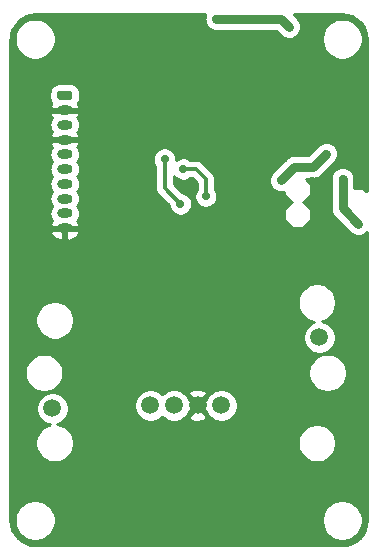
<source format=gbr>
%TF.GenerationSoftware,KiCad,Pcbnew,(5.1.7)-1*%
%TF.CreationDate,2021-09-13T22:56:48+02:00*%
%TF.ProjectId,Airspeed_SensorBoard,41697273-7065-4656-945f-53656e736f72,rev?*%
%TF.SameCoordinates,Original*%
%TF.FileFunction,Copper,L2,Bot*%
%TF.FilePolarity,Positive*%
%FSLAX46Y46*%
G04 Gerber Fmt 4.6, Leading zero omitted, Abs format (unit mm)*
G04 Created by KiCad (PCBNEW (5.1.7)-1) date 2021-09-13 22:56:48*
%MOMM*%
%LPD*%
G01*
G04 APERTURE LIST*
%TA.AperFunction,ComponentPad*%
%ADD10C,1.500000*%
%TD*%
%TA.AperFunction,ComponentPad*%
%ADD11O,1.300000X0.800000*%
%TD*%
%TA.AperFunction,ViaPad*%
%ADD12C,0.700000*%
%TD*%
%TA.AperFunction,Conductor*%
%ADD13C,0.750000*%
%TD*%
%TA.AperFunction,Conductor*%
%ADD14C,0.300000*%
%TD*%
%TA.AperFunction,Conductor*%
%ADD15C,0.254000*%
%TD*%
%TA.AperFunction,Conductor*%
%ADD16C,0.100000*%
%TD*%
G04 APERTURE END LIST*
D10*
%TO.P,U3,*%
%TO.N,*%
X83800000Y-47000000D03*
X61200000Y-53000000D03*
%TO.P,U3,4*%
%TO.N,/I2C1_SDA*%
X75500000Y-52750000D03*
%TO.P,U3,3*%
%TO.N,GND*%
X73500000Y-52750000D03*
%TO.P,U3,2*%
%TO.N,+3V3*%
X71500000Y-52750000D03*
%TO.P,U3,1*%
%TO.N,/I2C1_SCL*%
X69500000Y-52750000D03*
%TD*%
D11*
%TO.P,J1,10*%
%TO.N,GND*%
X62250000Y-37750000D03*
%TO.P,J1,9*%
%TO.N,/SPI_SCK*%
X62250000Y-36500000D03*
%TO.P,J1,8*%
%TO.N,/DATA_READY*%
X62250000Y-35250000D03*
%TO.P,J1,7*%
%TO.N,/SPI_NSS*%
X62250000Y-34000000D03*
%TO.P,J1,6*%
%TO.N,/SPI_MOSI*%
X62250000Y-32750000D03*
%TO.P,J1,5*%
%TO.N,/SPI_MISO*%
X62250000Y-31500000D03*
%TO.P,J1,4*%
%TO.N,GND*%
X62250000Y-30250000D03*
%TO.P,J1,3*%
%TO.N,/+3V3_OUT*%
X62250000Y-29000000D03*
%TO.P,J1,2*%
%TO.N,GND*%
X62250000Y-27750000D03*
%TO.P,J1,1*%
%TO.N,/+5V_IN*%
%TA.AperFunction,ComponentPad*%
G36*
G01*
X61800000Y-26100000D02*
X62700000Y-26100000D01*
G75*
G02*
X62900000Y-26300000I0J-200000D01*
G01*
X62900000Y-26700000D01*
G75*
G02*
X62700000Y-26900000I-200000J0D01*
G01*
X61800000Y-26900000D01*
G75*
G02*
X61600000Y-26700000I0J200000D01*
G01*
X61600000Y-26300000D01*
G75*
G02*
X61800000Y-26100000I200000J0D01*
G01*
G37*
%TD.AperFunction*%
%TD*%
D12*
%TO.N,GND*%
X67000000Y-26450000D03*
X65000000Y-27800000D03*
X67000000Y-30300000D03*
X64250000Y-30000000D03*
X67000000Y-37400000D03*
X65000000Y-37950000D03*
X64250000Y-35800000D03*
X75950000Y-35800000D03*
X80400000Y-31600000D03*
X77250000Y-27550000D03*
X75700000Y-23650000D03*
X76350000Y-24900000D03*
X83050000Y-26000000D03*
X87200000Y-31500000D03*
X83200000Y-33800000D03*
X70600000Y-30450000D03*
X75350000Y-28500000D03*
%TO.N,+3V3*%
X87100000Y-37400000D03*
X85770000Y-33580000D03*
X80550000Y-33700000D03*
X84400000Y-31450000D03*
X75100000Y-20050000D03*
X81250000Y-20700000D03*
%TO.N,/SPI1_MISO*%
X70700000Y-31900000D03*
X72050000Y-35700000D03*
%TO.N,/SPI1_MOSI*%
X72300000Y-32750000D03*
X74200000Y-35050000D03*
%TD*%
D13*
%TO.N,+3V3*%
X80550000Y-33700000D02*
X81700000Y-32550000D01*
X85770000Y-36070000D02*
X87100000Y-37400000D01*
X85770000Y-33580000D02*
X85770000Y-36070000D01*
X83300000Y-32550000D02*
X84400000Y-31450000D01*
X81700000Y-32550000D02*
X83300000Y-32550000D01*
X80600000Y-20050000D02*
X81250000Y-20700000D01*
X75100000Y-20050000D02*
X80600000Y-20050000D01*
D14*
%TO.N,/SPI1_MISO*%
X70700000Y-34350000D02*
X72050000Y-35700000D01*
X70700000Y-31900000D02*
X70700000Y-34350000D01*
%TO.N,/SPI1_MOSI*%
X72300000Y-32750000D02*
X73350000Y-32750000D01*
X74200000Y-33600000D02*
X74200000Y-35050000D01*
X73350000Y-32750000D02*
X74200000Y-33600000D01*
%TD*%
D15*
%TO.N,GND*%
X74162368Y-19661620D02*
X74104615Y-19852006D01*
X74085114Y-20050000D01*
X74104615Y-20247994D01*
X74162368Y-20438380D01*
X74256153Y-20613840D01*
X74382367Y-20767633D01*
X74536160Y-20893847D01*
X74711620Y-20987632D01*
X74902006Y-21045385D01*
X75050392Y-21060000D01*
X80181645Y-21060000D01*
X80570901Y-21449256D01*
X80686159Y-21543846D01*
X80861620Y-21637632D01*
X81052005Y-21695385D01*
X81250000Y-21714886D01*
X81447994Y-21695385D01*
X81638379Y-21637632D01*
X81747852Y-21579117D01*
X84015000Y-21579117D01*
X84015000Y-21920883D01*
X84081675Y-22256081D01*
X84212463Y-22571831D01*
X84402337Y-22855998D01*
X84644002Y-23097663D01*
X84928169Y-23287537D01*
X85243919Y-23418325D01*
X85579117Y-23485000D01*
X85920883Y-23485000D01*
X86256081Y-23418325D01*
X86571831Y-23287537D01*
X86855998Y-23097663D01*
X87097663Y-22855998D01*
X87287537Y-22571831D01*
X87418325Y-22256081D01*
X87485000Y-21920883D01*
X87485000Y-21579117D01*
X87418325Y-21243919D01*
X87287537Y-20928169D01*
X87097663Y-20644002D01*
X86855998Y-20402337D01*
X86571831Y-20212463D01*
X86256081Y-20081675D01*
X85920883Y-20015000D01*
X85579117Y-20015000D01*
X85243919Y-20081675D01*
X84928169Y-20212463D01*
X84644002Y-20402337D01*
X84402337Y-20644002D01*
X84212463Y-20928169D01*
X84081675Y-21243919D01*
X84015000Y-21579117D01*
X81747852Y-21579117D01*
X81813840Y-21543846D01*
X81967632Y-21417632D01*
X82093846Y-21263840D01*
X82187632Y-21088379D01*
X82245385Y-20897994D01*
X82264886Y-20700000D01*
X82245385Y-20502005D01*
X82187632Y-20311620D01*
X82093846Y-20136159D01*
X81999256Y-20020901D01*
X81638355Y-19660000D01*
X85717722Y-19660000D01*
X86155334Y-19702908D01*
X86545231Y-19820624D01*
X86904836Y-20011830D01*
X87220457Y-20269245D01*
X87480062Y-20583054D01*
X87673776Y-20941317D01*
X87794213Y-21330387D01*
X87840001Y-21766034D01*
X87840001Y-34647493D01*
X87784875Y-34592367D01*
X87593492Y-34464489D01*
X87380839Y-34376405D01*
X87155087Y-34331500D01*
X86924913Y-34331500D01*
X86780000Y-34360325D01*
X86780000Y-33530392D01*
X86765385Y-33382006D01*
X86707632Y-33191620D01*
X86613847Y-33016160D01*
X86487633Y-32862367D01*
X86333840Y-32736153D01*
X86158379Y-32642368D01*
X85967993Y-32584615D01*
X85770000Y-32565114D01*
X85572006Y-32584615D01*
X85381620Y-32642368D01*
X85206160Y-32736153D01*
X85052367Y-32862367D01*
X84926153Y-33016160D01*
X84832368Y-33191621D01*
X84774615Y-33382007D01*
X84760000Y-33530393D01*
X84760001Y-36020383D01*
X84755114Y-36070000D01*
X84774615Y-36267994D01*
X84832368Y-36458379D01*
X84873596Y-36535511D01*
X84926154Y-36633840D01*
X85052368Y-36787633D01*
X85090901Y-36819256D01*
X86420900Y-38149255D01*
X86536159Y-38243846D01*
X86711620Y-38337632D01*
X86902005Y-38395384D01*
X87099999Y-38414886D01*
X87297994Y-38395384D01*
X87488379Y-38337632D01*
X87663840Y-38243846D01*
X87817632Y-38117632D01*
X87840001Y-38090376D01*
X87840000Y-62467722D01*
X87797092Y-62905334D01*
X87679375Y-63295232D01*
X87488170Y-63654836D01*
X87230758Y-63970455D01*
X86916946Y-64230062D01*
X86558680Y-64423777D01*
X86169613Y-64544213D01*
X85733976Y-64590000D01*
X59782278Y-64590000D01*
X59344666Y-64547092D01*
X58954768Y-64429375D01*
X58595164Y-64238170D01*
X58279545Y-63980758D01*
X58019938Y-63666946D01*
X57826223Y-63308680D01*
X57705787Y-62919613D01*
X57660000Y-62483976D01*
X57660000Y-62329117D01*
X58015000Y-62329117D01*
X58015000Y-62670883D01*
X58081675Y-63006081D01*
X58212463Y-63321831D01*
X58402337Y-63605998D01*
X58644002Y-63847663D01*
X58928169Y-64037537D01*
X59243919Y-64168325D01*
X59579117Y-64235000D01*
X59920883Y-64235000D01*
X60256081Y-64168325D01*
X60571831Y-64037537D01*
X60855998Y-63847663D01*
X61097663Y-63605998D01*
X61287537Y-63321831D01*
X61418325Y-63006081D01*
X61485000Y-62670883D01*
X61485000Y-62329117D01*
X84015000Y-62329117D01*
X84015000Y-62670883D01*
X84081675Y-63006081D01*
X84212463Y-63321831D01*
X84402337Y-63605998D01*
X84644002Y-63847663D01*
X84928169Y-64037537D01*
X85243919Y-64168325D01*
X85579117Y-64235000D01*
X85920883Y-64235000D01*
X86256081Y-64168325D01*
X86571831Y-64037537D01*
X86855998Y-63847663D01*
X87097663Y-63605998D01*
X87287537Y-63321831D01*
X87418325Y-63006081D01*
X87485000Y-62670883D01*
X87485000Y-62329117D01*
X87418325Y-61993919D01*
X87287537Y-61678169D01*
X87097663Y-61394002D01*
X86855998Y-61152337D01*
X86571831Y-60962463D01*
X86256081Y-60831675D01*
X85920883Y-60765000D01*
X85579117Y-60765000D01*
X85243919Y-60831675D01*
X84928169Y-60962463D01*
X84644002Y-61152337D01*
X84402337Y-61394002D01*
X84212463Y-61678169D01*
X84081675Y-61993919D01*
X84015000Y-62329117D01*
X61485000Y-62329117D01*
X61418325Y-61993919D01*
X61287537Y-61678169D01*
X61097663Y-61394002D01*
X60855998Y-61152337D01*
X60571831Y-60962463D01*
X60256081Y-60831675D01*
X59920883Y-60765000D01*
X59579117Y-60765000D01*
X59243919Y-60831675D01*
X58928169Y-60962463D01*
X58644002Y-61152337D01*
X58402337Y-61394002D01*
X58212463Y-61678169D01*
X58081675Y-61993919D01*
X58015000Y-62329117D01*
X57660000Y-62329117D01*
X57660000Y-55788967D01*
X59765000Y-55788967D01*
X59765000Y-56111033D01*
X59827832Y-56426912D01*
X59951082Y-56724463D01*
X60130013Y-56992252D01*
X60357748Y-57219987D01*
X60625537Y-57398918D01*
X60923088Y-57522168D01*
X61238967Y-57585000D01*
X61561033Y-57585000D01*
X61876912Y-57522168D01*
X62174463Y-57398918D01*
X62442252Y-57219987D01*
X62669987Y-56992252D01*
X62848918Y-56724463D01*
X62972168Y-56426912D01*
X63035000Y-56111033D01*
X63035000Y-55788967D01*
X81965000Y-55788967D01*
X81965000Y-56111033D01*
X82027832Y-56426912D01*
X82151082Y-56724463D01*
X82330013Y-56992252D01*
X82557748Y-57219987D01*
X82825537Y-57398918D01*
X83123088Y-57522168D01*
X83438967Y-57585000D01*
X83761033Y-57585000D01*
X84076912Y-57522168D01*
X84374463Y-57398918D01*
X84642252Y-57219987D01*
X84869987Y-56992252D01*
X85048918Y-56724463D01*
X85172168Y-56426912D01*
X85235000Y-56111033D01*
X85235000Y-55788967D01*
X85172168Y-55473088D01*
X85048918Y-55175537D01*
X84869987Y-54907748D01*
X84642252Y-54680013D01*
X84374463Y-54501082D01*
X84076912Y-54377832D01*
X83761033Y-54315000D01*
X83438967Y-54315000D01*
X83123088Y-54377832D01*
X82825537Y-54501082D01*
X82557748Y-54680013D01*
X82330013Y-54907748D01*
X82151082Y-55175537D01*
X82027832Y-55473088D01*
X81965000Y-55788967D01*
X63035000Y-55788967D01*
X62972168Y-55473088D01*
X62848918Y-55175537D01*
X62669987Y-54907748D01*
X62442252Y-54680013D01*
X62174463Y-54501082D01*
X61876912Y-54377832D01*
X61617413Y-54326215D01*
X61856043Y-54227371D01*
X62082886Y-54075799D01*
X62275799Y-53882886D01*
X62427371Y-53656043D01*
X62531775Y-53403989D01*
X62585000Y-53136411D01*
X62585000Y-52863589D01*
X62535272Y-52613589D01*
X68115000Y-52613589D01*
X68115000Y-52886411D01*
X68168225Y-53153989D01*
X68272629Y-53406043D01*
X68424201Y-53632886D01*
X68617114Y-53825799D01*
X68843957Y-53977371D01*
X69096011Y-54081775D01*
X69363589Y-54135000D01*
X69636411Y-54135000D01*
X69903989Y-54081775D01*
X70156043Y-53977371D01*
X70382886Y-53825799D01*
X70500000Y-53708685D01*
X70617114Y-53825799D01*
X70843957Y-53977371D01*
X71096011Y-54081775D01*
X71363589Y-54135000D01*
X71636411Y-54135000D01*
X71903989Y-54081775D01*
X72156043Y-53977371D01*
X72382886Y-53825799D01*
X72501692Y-53706993D01*
X72722612Y-53706993D01*
X72788137Y-53945860D01*
X73035116Y-54061760D01*
X73299960Y-54127250D01*
X73572492Y-54139812D01*
X73842238Y-54098965D01*
X74098832Y-54006277D01*
X74211863Y-53945860D01*
X74277388Y-53706993D01*
X73500000Y-52929605D01*
X72722612Y-53706993D01*
X72501692Y-53706993D01*
X72575799Y-53632886D01*
X72727371Y-53406043D01*
X72771932Y-53298463D01*
X73320395Y-52750000D01*
X73679605Y-52750000D01*
X74228068Y-53298463D01*
X74272629Y-53406043D01*
X74424201Y-53632886D01*
X74617114Y-53825799D01*
X74843957Y-53977371D01*
X75096011Y-54081775D01*
X75363589Y-54135000D01*
X75636411Y-54135000D01*
X75903989Y-54081775D01*
X76156043Y-53977371D01*
X76382886Y-53825799D01*
X76575799Y-53632886D01*
X76727371Y-53406043D01*
X76831775Y-53153989D01*
X76885000Y-52886411D01*
X76885000Y-52613589D01*
X76831775Y-52346011D01*
X76727371Y-52093957D01*
X76575799Y-51867114D01*
X76382886Y-51674201D01*
X76156043Y-51522629D01*
X75903989Y-51418225D01*
X75636411Y-51365000D01*
X75363589Y-51365000D01*
X75096011Y-51418225D01*
X74843957Y-51522629D01*
X74617114Y-51674201D01*
X74424201Y-51867114D01*
X74272629Y-52093957D01*
X74228068Y-52201537D01*
X73679605Y-52750000D01*
X73320395Y-52750000D01*
X72771932Y-52201537D01*
X72727371Y-52093957D01*
X72575799Y-51867114D01*
X72501692Y-51793007D01*
X72722612Y-51793007D01*
X73500000Y-52570395D01*
X74277388Y-51793007D01*
X74211863Y-51554140D01*
X73964884Y-51438240D01*
X73700040Y-51372750D01*
X73427508Y-51360188D01*
X73157762Y-51401035D01*
X72901168Y-51493723D01*
X72788137Y-51554140D01*
X72722612Y-51793007D01*
X72501692Y-51793007D01*
X72382886Y-51674201D01*
X72156043Y-51522629D01*
X71903989Y-51418225D01*
X71636411Y-51365000D01*
X71363589Y-51365000D01*
X71096011Y-51418225D01*
X70843957Y-51522629D01*
X70617114Y-51674201D01*
X70500000Y-51791315D01*
X70382886Y-51674201D01*
X70156043Y-51522629D01*
X69903989Y-51418225D01*
X69636411Y-51365000D01*
X69363589Y-51365000D01*
X69096011Y-51418225D01*
X68843957Y-51522629D01*
X68617114Y-51674201D01*
X68424201Y-51867114D01*
X68272629Y-52093957D01*
X68168225Y-52346011D01*
X68115000Y-52613589D01*
X62535272Y-52613589D01*
X62531775Y-52596011D01*
X62427371Y-52343957D01*
X62275799Y-52117114D01*
X62082886Y-51924201D01*
X61856043Y-51772629D01*
X61603989Y-51668225D01*
X61336411Y-51615000D01*
X61063589Y-51615000D01*
X60796011Y-51668225D01*
X60543957Y-51772629D01*
X60317114Y-51924201D01*
X60124201Y-52117114D01*
X59972629Y-52343957D01*
X59868225Y-52596011D01*
X59815000Y-52863589D01*
X59815000Y-53136411D01*
X59868225Y-53403989D01*
X59972629Y-53656043D01*
X60124201Y-53882886D01*
X60317114Y-54075799D01*
X60543957Y-54227371D01*
X60796011Y-54331775D01*
X60975321Y-54367442D01*
X60923088Y-54377832D01*
X60625537Y-54501082D01*
X60357748Y-54680013D01*
X60130013Y-54907748D01*
X59951082Y-55175537D01*
X59827832Y-55473088D01*
X59765000Y-55788967D01*
X57660000Y-55788967D01*
X57660000Y-49838967D01*
X58865000Y-49838967D01*
X58865000Y-50161033D01*
X58927832Y-50476912D01*
X59051082Y-50774463D01*
X59230013Y-51042252D01*
X59457748Y-51269987D01*
X59725537Y-51448918D01*
X60023088Y-51572168D01*
X60338967Y-51635000D01*
X60661033Y-51635000D01*
X60976912Y-51572168D01*
X61274463Y-51448918D01*
X61542252Y-51269987D01*
X61769987Y-51042252D01*
X61948918Y-50774463D01*
X62072168Y-50476912D01*
X62135000Y-50161033D01*
X62135000Y-49838967D01*
X82865000Y-49838967D01*
X82865000Y-50161033D01*
X82927832Y-50476912D01*
X83051082Y-50774463D01*
X83230013Y-51042252D01*
X83457748Y-51269987D01*
X83725537Y-51448918D01*
X84023088Y-51572168D01*
X84338967Y-51635000D01*
X84661033Y-51635000D01*
X84976912Y-51572168D01*
X85274463Y-51448918D01*
X85542252Y-51269987D01*
X85769987Y-51042252D01*
X85948918Y-50774463D01*
X86072168Y-50476912D01*
X86135000Y-50161033D01*
X86135000Y-49838967D01*
X86072168Y-49523088D01*
X85948918Y-49225537D01*
X85769987Y-48957748D01*
X85542252Y-48730013D01*
X85274463Y-48551082D01*
X84976912Y-48427832D01*
X84661033Y-48365000D01*
X84338967Y-48365000D01*
X84023088Y-48427832D01*
X83725537Y-48551082D01*
X83457748Y-48730013D01*
X83230013Y-48957748D01*
X83051082Y-49225537D01*
X82927832Y-49523088D01*
X82865000Y-49838967D01*
X62135000Y-49838967D01*
X62072168Y-49523088D01*
X61948918Y-49225537D01*
X61769987Y-48957748D01*
X61542252Y-48730013D01*
X61274463Y-48551082D01*
X60976912Y-48427832D01*
X60661033Y-48365000D01*
X60338967Y-48365000D01*
X60023088Y-48427832D01*
X59725537Y-48551082D01*
X59457748Y-48730013D01*
X59230013Y-48957748D01*
X59051082Y-49225537D01*
X58927832Y-49523088D01*
X58865000Y-49838967D01*
X57660000Y-49838967D01*
X57660000Y-45388967D01*
X59765000Y-45388967D01*
X59765000Y-45711033D01*
X59827832Y-46026912D01*
X59951082Y-46324463D01*
X60130013Y-46592252D01*
X60357748Y-46819987D01*
X60625537Y-46998918D01*
X60923088Y-47122168D01*
X61238967Y-47185000D01*
X61561033Y-47185000D01*
X61876912Y-47122168D01*
X62174463Y-46998918D01*
X62442252Y-46819987D01*
X62669987Y-46592252D01*
X62848918Y-46324463D01*
X62972168Y-46026912D01*
X63035000Y-45711033D01*
X63035000Y-45388967D01*
X62972168Y-45073088D01*
X62848918Y-44775537D01*
X62669987Y-44507748D01*
X62442252Y-44280013D01*
X62174463Y-44101082D01*
X61876912Y-43977832D01*
X61561033Y-43915000D01*
X61238967Y-43915000D01*
X60923088Y-43977832D01*
X60625537Y-44101082D01*
X60357748Y-44280013D01*
X60130013Y-44507748D01*
X59951082Y-44775537D01*
X59827832Y-45073088D01*
X59765000Y-45388967D01*
X57660000Y-45388967D01*
X57660000Y-43888967D01*
X81965000Y-43888967D01*
X81965000Y-44211033D01*
X82027832Y-44526912D01*
X82151082Y-44824463D01*
X82330013Y-45092252D01*
X82557748Y-45319987D01*
X82825537Y-45498918D01*
X83123088Y-45622168D01*
X83382587Y-45673785D01*
X83143957Y-45772629D01*
X82917114Y-45924201D01*
X82724201Y-46117114D01*
X82572629Y-46343957D01*
X82468225Y-46596011D01*
X82415000Y-46863589D01*
X82415000Y-47136411D01*
X82468225Y-47403989D01*
X82572629Y-47656043D01*
X82724201Y-47882886D01*
X82917114Y-48075799D01*
X83143957Y-48227371D01*
X83396011Y-48331775D01*
X83663589Y-48385000D01*
X83936411Y-48385000D01*
X84203989Y-48331775D01*
X84456043Y-48227371D01*
X84682886Y-48075799D01*
X84875799Y-47882886D01*
X85027371Y-47656043D01*
X85131775Y-47403989D01*
X85185000Y-47136411D01*
X85185000Y-46863589D01*
X85131775Y-46596011D01*
X85027371Y-46343957D01*
X84875799Y-46117114D01*
X84682886Y-45924201D01*
X84456043Y-45772629D01*
X84203989Y-45668225D01*
X84024679Y-45632558D01*
X84076912Y-45622168D01*
X84374463Y-45498918D01*
X84642252Y-45319987D01*
X84869987Y-45092252D01*
X85048918Y-44824463D01*
X85172168Y-44526912D01*
X85235000Y-44211033D01*
X85235000Y-43888967D01*
X85172168Y-43573088D01*
X85048918Y-43275537D01*
X84869987Y-43007748D01*
X84642252Y-42780013D01*
X84374463Y-42601082D01*
X84076912Y-42477832D01*
X83761033Y-42415000D01*
X83438967Y-42415000D01*
X83123088Y-42477832D01*
X82825537Y-42601082D01*
X82557748Y-42780013D01*
X82330013Y-43007748D01*
X82151082Y-43275537D01*
X82027832Y-43573088D01*
X81965000Y-43888967D01*
X57660000Y-43888967D01*
X57660000Y-38036123D01*
X61005334Y-38036123D01*
X61015006Y-38112972D01*
X61104745Y-38298160D01*
X61228888Y-38462283D01*
X61382664Y-38599033D01*
X61560164Y-38703155D01*
X61754567Y-38770648D01*
X61958401Y-38798918D01*
X62123000Y-38633762D01*
X62123000Y-37877000D01*
X62377000Y-37877000D01*
X62377000Y-38633762D01*
X62541599Y-38798918D01*
X62745433Y-38770648D01*
X62939836Y-38703155D01*
X63117336Y-38599033D01*
X63271112Y-38462283D01*
X63395255Y-38298160D01*
X63484994Y-38112972D01*
X63494666Y-38036123D01*
X63366998Y-37877000D01*
X62377000Y-37877000D01*
X62123000Y-37877000D01*
X61133002Y-37877000D01*
X61005334Y-38036123D01*
X57660000Y-38036123D01*
X57660000Y-31500000D01*
X60959993Y-31500000D01*
X60979976Y-31702895D01*
X61039159Y-31897993D01*
X61135266Y-32077797D01*
X61174004Y-32125000D01*
X61135266Y-32172203D01*
X61039159Y-32352007D01*
X60979976Y-32547105D01*
X60959993Y-32750000D01*
X60979976Y-32952895D01*
X61039159Y-33147993D01*
X61135266Y-33327797D01*
X61174004Y-33375000D01*
X61135266Y-33422203D01*
X61039159Y-33602007D01*
X60979976Y-33797105D01*
X60959993Y-34000000D01*
X60979976Y-34202895D01*
X61039159Y-34397993D01*
X61135266Y-34577797D01*
X61174004Y-34625000D01*
X61135266Y-34672203D01*
X61039159Y-34852007D01*
X60979976Y-35047105D01*
X60959993Y-35250000D01*
X60979976Y-35452895D01*
X61039159Y-35647993D01*
X61135266Y-35827797D01*
X61174004Y-35875000D01*
X61135266Y-35922203D01*
X61039159Y-36102007D01*
X60979976Y-36297105D01*
X60959993Y-36500000D01*
X60979976Y-36702895D01*
X61039159Y-36897993D01*
X61135266Y-37077797D01*
X61168209Y-37117938D01*
X61104745Y-37201840D01*
X61015006Y-37387028D01*
X61005334Y-37463877D01*
X61133002Y-37623000D01*
X62123000Y-37623000D01*
X62123000Y-37603000D01*
X62377000Y-37603000D01*
X62377000Y-37623000D01*
X63366998Y-37623000D01*
X63494666Y-37463877D01*
X63484994Y-37387028D01*
X63395255Y-37201840D01*
X63331791Y-37117938D01*
X63364734Y-37077797D01*
X63460841Y-36897993D01*
X63520024Y-36702895D01*
X63540007Y-36500000D01*
X63520024Y-36297105D01*
X63460841Y-36102007D01*
X63364734Y-35922203D01*
X63325996Y-35875000D01*
X63364734Y-35827797D01*
X63460841Y-35647993D01*
X63520024Y-35452895D01*
X63540007Y-35250000D01*
X63520024Y-35047105D01*
X63460841Y-34852007D01*
X63364734Y-34672203D01*
X63325996Y-34625000D01*
X63364734Y-34577797D01*
X63460841Y-34397993D01*
X63520024Y-34202895D01*
X63540007Y-34000000D01*
X63520024Y-33797105D01*
X63460841Y-33602007D01*
X63364734Y-33422203D01*
X63325996Y-33375000D01*
X63364734Y-33327797D01*
X63460841Y-33147993D01*
X63520024Y-32952895D01*
X63540007Y-32750000D01*
X63520024Y-32547105D01*
X63460841Y-32352007D01*
X63364734Y-32172203D01*
X63325996Y-32125000D01*
X63364734Y-32077797D01*
X63460841Y-31897993D01*
X63489661Y-31802986D01*
X69715000Y-31802986D01*
X69715000Y-31997014D01*
X69752853Y-32187314D01*
X69827104Y-32366572D01*
X69915000Y-32498118D01*
X69915001Y-34311437D01*
X69911203Y-34350000D01*
X69926359Y-34503886D01*
X69971246Y-34651859D01*
X69971247Y-34651860D01*
X70044139Y-34788233D01*
X70074181Y-34824839D01*
X70117655Y-34877812D01*
X70117659Y-34877816D01*
X70142237Y-34907764D01*
X70172185Y-34932342D01*
X71071988Y-35832146D01*
X71102853Y-35987314D01*
X71177104Y-36166572D01*
X71284901Y-36327901D01*
X71422099Y-36465099D01*
X71583428Y-36572896D01*
X71762686Y-36647147D01*
X71952986Y-36685000D01*
X72147014Y-36685000D01*
X72337314Y-36647147D01*
X72516572Y-36572896D01*
X72677901Y-36465099D01*
X72815099Y-36327901D01*
X72922896Y-36166572D01*
X72997147Y-35987314D01*
X73035000Y-35797014D01*
X73035000Y-35602986D01*
X72997147Y-35412686D01*
X72922896Y-35233428D01*
X72815099Y-35072099D01*
X72677901Y-34934901D01*
X72516572Y-34827104D01*
X72337314Y-34752853D01*
X72182146Y-34721988D01*
X71485000Y-34024843D01*
X71485000Y-33303219D01*
X71534901Y-33377901D01*
X71672099Y-33515099D01*
X71833428Y-33622896D01*
X72012686Y-33697147D01*
X72202986Y-33735000D01*
X72397014Y-33735000D01*
X72587314Y-33697147D01*
X72766572Y-33622896D01*
X72898117Y-33535000D01*
X73024843Y-33535000D01*
X73415000Y-33925157D01*
X73415001Y-34451882D01*
X73327104Y-34583428D01*
X73252853Y-34762686D01*
X73215000Y-34952986D01*
X73215000Y-35147014D01*
X73252853Y-35337314D01*
X73327104Y-35516572D01*
X73434901Y-35677901D01*
X73572099Y-35815099D01*
X73733428Y-35922896D01*
X73912686Y-35997147D01*
X74102986Y-36035000D01*
X74297014Y-36035000D01*
X74487314Y-35997147D01*
X74666572Y-35922896D01*
X74827901Y-35815099D01*
X74965099Y-35677901D01*
X75072896Y-35516572D01*
X75147147Y-35337314D01*
X75185000Y-35147014D01*
X75185000Y-34952986D01*
X75147147Y-34762686D01*
X75072896Y-34583428D01*
X74985000Y-34451883D01*
X74985000Y-33700000D01*
X79535114Y-33700000D01*
X79554615Y-33897994D01*
X79612368Y-34088379D01*
X79706154Y-34263840D01*
X79832368Y-34417632D01*
X79986160Y-34543846D01*
X80161621Y-34637632D01*
X80352006Y-34695385D01*
X80550000Y-34714886D01*
X80747994Y-34695385D01*
X80807089Y-34677459D01*
X80836405Y-34824839D01*
X80924489Y-35037492D01*
X81052367Y-35228875D01*
X81215125Y-35391633D01*
X81406508Y-35519511D01*
X81468044Y-35545000D01*
X81406508Y-35570489D01*
X81215125Y-35698367D01*
X81052367Y-35861125D01*
X80924489Y-36052508D01*
X80836405Y-36265161D01*
X80791500Y-36490913D01*
X80791500Y-36721087D01*
X80836405Y-36946839D01*
X80924489Y-37159492D01*
X81052367Y-37350875D01*
X81215125Y-37513633D01*
X81406508Y-37641511D01*
X81619161Y-37729595D01*
X81844913Y-37774500D01*
X82075087Y-37774500D01*
X82300839Y-37729595D01*
X82513492Y-37641511D01*
X82704875Y-37513633D01*
X82867633Y-37350875D01*
X82995511Y-37159492D01*
X83083595Y-36946839D01*
X83128500Y-36721087D01*
X83128500Y-36490913D01*
X83083595Y-36265161D01*
X82995511Y-36052508D01*
X82867633Y-35861125D01*
X82704875Y-35698367D01*
X82513492Y-35570489D01*
X82451956Y-35545000D01*
X82513492Y-35519511D01*
X82704875Y-35391633D01*
X82867633Y-35228875D01*
X82995511Y-35037492D01*
X83083595Y-34824839D01*
X83128500Y-34599087D01*
X83128500Y-34368913D01*
X83083595Y-34143161D01*
X82995511Y-33930508D01*
X82867633Y-33739125D01*
X82704875Y-33576367D01*
X82680380Y-33560000D01*
X83250392Y-33560000D01*
X83300000Y-33564886D01*
X83497994Y-33545385D01*
X83640995Y-33502006D01*
X83688380Y-33487632D01*
X83863840Y-33393847D01*
X84017633Y-33267633D01*
X84049261Y-33229094D01*
X85149256Y-32129100D01*
X85243846Y-32013841D01*
X85337632Y-31838380D01*
X85395385Y-31647995D01*
X85414886Y-31450000D01*
X85395385Y-31252006D01*
X85337632Y-31061621D01*
X85243846Y-30886160D01*
X85117632Y-30732368D01*
X84963840Y-30606154D01*
X84788379Y-30512368D01*
X84597994Y-30454615D01*
X84400000Y-30435114D01*
X84202005Y-30454615D01*
X84011620Y-30512368D01*
X83836159Y-30606154D01*
X83720900Y-30700744D01*
X82881645Y-31540000D01*
X81749608Y-31540000D01*
X81700000Y-31535114D01*
X81502005Y-31554615D01*
X81358523Y-31598140D01*
X81311620Y-31612368D01*
X81136160Y-31706153D01*
X80982367Y-31832367D01*
X80950743Y-31870901D01*
X79800744Y-33020901D01*
X79706154Y-33136160D01*
X79612368Y-33311621D01*
X79554615Y-33502006D01*
X79535114Y-33700000D01*
X74985000Y-33700000D01*
X74985000Y-33638556D01*
X74988797Y-33600000D01*
X74985000Y-33561440D01*
X74985000Y-33561439D01*
X74979146Y-33502006D01*
X74973642Y-33446113D01*
X74928754Y-33298140D01*
X74925839Y-33292686D01*
X74855862Y-33161767D01*
X74757764Y-33042236D01*
X74727811Y-33017654D01*
X73932347Y-32222190D01*
X73907764Y-32192236D01*
X73788233Y-32094138D01*
X73651860Y-32021246D01*
X73503887Y-31976359D01*
X73388561Y-31965000D01*
X73388553Y-31965000D01*
X73350000Y-31961203D01*
X73311447Y-31965000D01*
X72898117Y-31965000D01*
X72766572Y-31877104D01*
X72587314Y-31802853D01*
X72397014Y-31765000D01*
X72202986Y-31765000D01*
X72012686Y-31802853D01*
X71833428Y-31877104D01*
X71685000Y-31976281D01*
X71685000Y-31802986D01*
X71647147Y-31612686D01*
X71572896Y-31433428D01*
X71465099Y-31272099D01*
X71327901Y-31134901D01*
X71166572Y-31027104D01*
X70987314Y-30952853D01*
X70797014Y-30915000D01*
X70602986Y-30915000D01*
X70412686Y-30952853D01*
X70233428Y-31027104D01*
X70072099Y-31134901D01*
X69934901Y-31272099D01*
X69827104Y-31433428D01*
X69752853Y-31612686D01*
X69715000Y-31802986D01*
X63489661Y-31802986D01*
X63520024Y-31702895D01*
X63540007Y-31500000D01*
X63520024Y-31297105D01*
X63460841Y-31102007D01*
X63364734Y-30922203D01*
X63331791Y-30882062D01*
X63395255Y-30798160D01*
X63484994Y-30612972D01*
X63494666Y-30536123D01*
X63366998Y-30377000D01*
X62377000Y-30377000D01*
X62377000Y-30397000D01*
X62123000Y-30397000D01*
X62123000Y-30377000D01*
X61133002Y-30377000D01*
X61005334Y-30536123D01*
X61015006Y-30612972D01*
X61104745Y-30798160D01*
X61168209Y-30882062D01*
X61135266Y-30922203D01*
X61039159Y-31102007D01*
X60979976Y-31297105D01*
X60959993Y-31500000D01*
X57660000Y-31500000D01*
X57660000Y-29000000D01*
X60959993Y-29000000D01*
X60979976Y-29202895D01*
X61039159Y-29397993D01*
X61135266Y-29577797D01*
X61168209Y-29617938D01*
X61104745Y-29701840D01*
X61015006Y-29887028D01*
X61005334Y-29963877D01*
X61133002Y-30123000D01*
X62123000Y-30123000D01*
X62123000Y-30103000D01*
X62377000Y-30103000D01*
X62377000Y-30123000D01*
X63366998Y-30123000D01*
X63494666Y-29963877D01*
X63484994Y-29887028D01*
X63395255Y-29701840D01*
X63331791Y-29617938D01*
X63364734Y-29577797D01*
X63460841Y-29397993D01*
X63520024Y-29202895D01*
X63540007Y-29000000D01*
X63520024Y-28797105D01*
X63460841Y-28602007D01*
X63364734Y-28422203D01*
X63331791Y-28382062D01*
X63395255Y-28298160D01*
X63484994Y-28112972D01*
X63494666Y-28036123D01*
X63366998Y-27877000D01*
X62377000Y-27877000D01*
X62377000Y-27897000D01*
X62123000Y-27897000D01*
X62123000Y-27877000D01*
X61133002Y-27877000D01*
X61005334Y-28036123D01*
X61015006Y-28112972D01*
X61104745Y-28298160D01*
X61168209Y-28382062D01*
X61135266Y-28422203D01*
X61039159Y-28602007D01*
X60979976Y-28797105D01*
X60959993Y-29000000D01*
X57660000Y-29000000D01*
X57660000Y-26300000D01*
X60961928Y-26300000D01*
X60961928Y-26700000D01*
X60978031Y-26863500D01*
X61025722Y-27020716D01*
X61103169Y-27165608D01*
X61118251Y-27183985D01*
X61104745Y-27201840D01*
X61015006Y-27387028D01*
X61005334Y-27463877D01*
X61133002Y-27623000D01*
X62123000Y-27623000D01*
X62123000Y-27603000D01*
X62377000Y-27603000D01*
X62377000Y-27623000D01*
X63366998Y-27623000D01*
X63494666Y-27463877D01*
X63484994Y-27387028D01*
X63395255Y-27201840D01*
X63381749Y-27183985D01*
X63396831Y-27165608D01*
X63474278Y-27020716D01*
X63521969Y-26863500D01*
X63538072Y-26700000D01*
X63538072Y-26300000D01*
X63521969Y-26136500D01*
X63474278Y-25979284D01*
X63396831Y-25834392D01*
X63292606Y-25707394D01*
X63165608Y-25603169D01*
X63020716Y-25525722D01*
X62863500Y-25478031D01*
X62700000Y-25461928D01*
X61800000Y-25461928D01*
X61636500Y-25478031D01*
X61479284Y-25525722D01*
X61334392Y-25603169D01*
X61207394Y-25707394D01*
X61103169Y-25834392D01*
X61025722Y-25979284D01*
X60978031Y-26136500D01*
X60961928Y-26300000D01*
X57660000Y-26300000D01*
X57660000Y-21782278D01*
X57679920Y-21579117D01*
X58015000Y-21579117D01*
X58015000Y-21920883D01*
X58081675Y-22256081D01*
X58212463Y-22571831D01*
X58402337Y-22855998D01*
X58644002Y-23097663D01*
X58928169Y-23287537D01*
X59243919Y-23418325D01*
X59579117Y-23485000D01*
X59920883Y-23485000D01*
X60256081Y-23418325D01*
X60571831Y-23287537D01*
X60855998Y-23097663D01*
X61097663Y-22855998D01*
X61287537Y-22571831D01*
X61418325Y-22256081D01*
X61485000Y-21920883D01*
X61485000Y-21579117D01*
X61418325Y-21243919D01*
X61287537Y-20928169D01*
X61097663Y-20644002D01*
X60855998Y-20402337D01*
X60571831Y-20212463D01*
X60256081Y-20081675D01*
X59920883Y-20015000D01*
X59579117Y-20015000D01*
X59243919Y-20081675D01*
X58928169Y-20212463D01*
X58644002Y-20402337D01*
X58402337Y-20644002D01*
X58212463Y-20928169D01*
X58081675Y-21243919D01*
X58015000Y-21579117D01*
X57679920Y-21579117D01*
X57702908Y-21344666D01*
X57820624Y-20954769D01*
X58011830Y-20595164D01*
X58269245Y-20279543D01*
X58583054Y-20019938D01*
X58941317Y-19826224D01*
X59330387Y-19705787D01*
X59766024Y-19660000D01*
X74163234Y-19660000D01*
X74162368Y-19661620D01*
%TA.AperFunction,Conductor*%
D16*
G36*
X74162368Y-19661620D02*
G01*
X74104615Y-19852006D01*
X74085114Y-20050000D01*
X74104615Y-20247994D01*
X74162368Y-20438380D01*
X74256153Y-20613840D01*
X74382367Y-20767633D01*
X74536160Y-20893847D01*
X74711620Y-20987632D01*
X74902006Y-21045385D01*
X75050392Y-21060000D01*
X80181645Y-21060000D01*
X80570901Y-21449256D01*
X80686159Y-21543846D01*
X80861620Y-21637632D01*
X81052005Y-21695385D01*
X81250000Y-21714886D01*
X81447994Y-21695385D01*
X81638379Y-21637632D01*
X81747852Y-21579117D01*
X84015000Y-21579117D01*
X84015000Y-21920883D01*
X84081675Y-22256081D01*
X84212463Y-22571831D01*
X84402337Y-22855998D01*
X84644002Y-23097663D01*
X84928169Y-23287537D01*
X85243919Y-23418325D01*
X85579117Y-23485000D01*
X85920883Y-23485000D01*
X86256081Y-23418325D01*
X86571831Y-23287537D01*
X86855998Y-23097663D01*
X87097663Y-22855998D01*
X87287537Y-22571831D01*
X87418325Y-22256081D01*
X87485000Y-21920883D01*
X87485000Y-21579117D01*
X87418325Y-21243919D01*
X87287537Y-20928169D01*
X87097663Y-20644002D01*
X86855998Y-20402337D01*
X86571831Y-20212463D01*
X86256081Y-20081675D01*
X85920883Y-20015000D01*
X85579117Y-20015000D01*
X85243919Y-20081675D01*
X84928169Y-20212463D01*
X84644002Y-20402337D01*
X84402337Y-20644002D01*
X84212463Y-20928169D01*
X84081675Y-21243919D01*
X84015000Y-21579117D01*
X81747852Y-21579117D01*
X81813840Y-21543846D01*
X81967632Y-21417632D01*
X82093846Y-21263840D01*
X82187632Y-21088379D01*
X82245385Y-20897994D01*
X82264886Y-20700000D01*
X82245385Y-20502005D01*
X82187632Y-20311620D01*
X82093846Y-20136159D01*
X81999256Y-20020901D01*
X81638355Y-19660000D01*
X85717722Y-19660000D01*
X86155334Y-19702908D01*
X86545231Y-19820624D01*
X86904836Y-20011830D01*
X87220457Y-20269245D01*
X87480062Y-20583054D01*
X87673776Y-20941317D01*
X87794213Y-21330387D01*
X87840001Y-21766034D01*
X87840001Y-34647493D01*
X87784875Y-34592367D01*
X87593492Y-34464489D01*
X87380839Y-34376405D01*
X87155087Y-34331500D01*
X86924913Y-34331500D01*
X86780000Y-34360325D01*
X86780000Y-33530392D01*
X86765385Y-33382006D01*
X86707632Y-33191620D01*
X86613847Y-33016160D01*
X86487633Y-32862367D01*
X86333840Y-32736153D01*
X86158379Y-32642368D01*
X85967993Y-32584615D01*
X85770000Y-32565114D01*
X85572006Y-32584615D01*
X85381620Y-32642368D01*
X85206160Y-32736153D01*
X85052367Y-32862367D01*
X84926153Y-33016160D01*
X84832368Y-33191621D01*
X84774615Y-33382007D01*
X84760000Y-33530393D01*
X84760001Y-36020383D01*
X84755114Y-36070000D01*
X84774615Y-36267994D01*
X84832368Y-36458379D01*
X84873596Y-36535511D01*
X84926154Y-36633840D01*
X85052368Y-36787633D01*
X85090901Y-36819256D01*
X86420900Y-38149255D01*
X86536159Y-38243846D01*
X86711620Y-38337632D01*
X86902005Y-38395384D01*
X87099999Y-38414886D01*
X87297994Y-38395384D01*
X87488379Y-38337632D01*
X87663840Y-38243846D01*
X87817632Y-38117632D01*
X87840001Y-38090376D01*
X87840000Y-62467722D01*
X87797092Y-62905334D01*
X87679375Y-63295232D01*
X87488170Y-63654836D01*
X87230758Y-63970455D01*
X86916946Y-64230062D01*
X86558680Y-64423777D01*
X86169613Y-64544213D01*
X85733976Y-64590000D01*
X59782278Y-64590000D01*
X59344666Y-64547092D01*
X58954768Y-64429375D01*
X58595164Y-64238170D01*
X58279545Y-63980758D01*
X58019938Y-63666946D01*
X57826223Y-63308680D01*
X57705787Y-62919613D01*
X57660000Y-62483976D01*
X57660000Y-62329117D01*
X58015000Y-62329117D01*
X58015000Y-62670883D01*
X58081675Y-63006081D01*
X58212463Y-63321831D01*
X58402337Y-63605998D01*
X58644002Y-63847663D01*
X58928169Y-64037537D01*
X59243919Y-64168325D01*
X59579117Y-64235000D01*
X59920883Y-64235000D01*
X60256081Y-64168325D01*
X60571831Y-64037537D01*
X60855998Y-63847663D01*
X61097663Y-63605998D01*
X61287537Y-63321831D01*
X61418325Y-63006081D01*
X61485000Y-62670883D01*
X61485000Y-62329117D01*
X84015000Y-62329117D01*
X84015000Y-62670883D01*
X84081675Y-63006081D01*
X84212463Y-63321831D01*
X84402337Y-63605998D01*
X84644002Y-63847663D01*
X84928169Y-64037537D01*
X85243919Y-64168325D01*
X85579117Y-64235000D01*
X85920883Y-64235000D01*
X86256081Y-64168325D01*
X86571831Y-64037537D01*
X86855998Y-63847663D01*
X87097663Y-63605998D01*
X87287537Y-63321831D01*
X87418325Y-63006081D01*
X87485000Y-62670883D01*
X87485000Y-62329117D01*
X87418325Y-61993919D01*
X87287537Y-61678169D01*
X87097663Y-61394002D01*
X86855998Y-61152337D01*
X86571831Y-60962463D01*
X86256081Y-60831675D01*
X85920883Y-60765000D01*
X85579117Y-60765000D01*
X85243919Y-60831675D01*
X84928169Y-60962463D01*
X84644002Y-61152337D01*
X84402337Y-61394002D01*
X84212463Y-61678169D01*
X84081675Y-61993919D01*
X84015000Y-62329117D01*
X61485000Y-62329117D01*
X61418325Y-61993919D01*
X61287537Y-61678169D01*
X61097663Y-61394002D01*
X60855998Y-61152337D01*
X60571831Y-60962463D01*
X60256081Y-60831675D01*
X59920883Y-60765000D01*
X59579117Y-60765000D01*
X59243919Y-60831675D01*
X58928169Y-60962463D01*
X58644002Y-61152337D01*
X58402337Y-61394002D01*
X58212463Y-61678169D01*
X58081675Y-61993919D01*
X58015000Y-62329117D01*
X57660000Y-62329117D01*
X57660000Y-55788967D01*
X59765000Y-55788967D01*
X59765000Y-56111033D01*
X59827832Y-56426912D01*
X59951082Y-56724463D01*
X60130013Y-56992252D01*
X60357748Y-57219987D01*
X60625537Y-57398918D01*
X60923088Y-57522168D01*
X61238967Y-57585000D01*
X61561033Y-57585000D01*
X61876912Y-57522168D01*
X62174463Y-57398918D01*
X62442252Y-57219987D01*
X62669987Y-56992252D01*
X62848918Y-56724463D01*
X62972168Y-56426912D01*
X63035000Y-56111033D01*
X63035000Y-55788967D01*
X81965000Y-55788967D01*
X81965000Y-56111033D01*
X82027832Y-56426912D01*
X82151082Y-56724463D01*
X82330013Y-56992252D01*
X82557748Y-57219987D01*
X82825537Y-57398918D01*
X83123088Y-57522168D01*
X83438967Y-57585000D01*
X83761033Y-57585000D01*
X84076912Y-57522168D01*
X84374463Y-57398918D01*
X84642252Y-57219987D01*
X84869987Y-56992252D01*
X85048918Y-56724463D01*
X85172168Y-56426912D01*
X85235000Y-56111033D01*
X85235000Y-55788967D01*
X85172168Y-55473088D01*
X85048918Y-55175537D01*
X84869987Y-54907748D01*
X84642252Y-54680013D01*
X84374463Y-54501082D01*
X84076912Y-54377832D01*
X83761033Y-54315000D01*
X83438967Y-54315000D01*
X83123088Y-54377832D01*
X82825537Y-54501082D01*
X82557748Y-54680013D01*
X82330013Y-54907748D01*
X82151082Y-55175537D01*
X82027832Y-55473088D01*
X81965000Y-55788967D01*
X63035000Y-55788967D01*
X62972168Y-55473088D01*
X62848918Y-55175537D01*
X62669987Y-54907748D01*
X62442252Y-54680013D01*
X62174463Y-54501082D01*
X61876912Y-54377832D01*
X61617413Y-54326215D01*
X61856043Y-54227371D01*
X62082886Y-54075799D01*
X62275799Y-53882886D01*
X62427371Y-53656043D01*
X62531775Y-53403989D01*
X62585000Y-53136411D01*
X62585000Y-52863589D01*
X62535272Y-52613589D01*
X68115000Y-52613589D01*
X68115000Y-52886411D01*
X68168225Y-53153989D01*
X68272629Y-53406043D01*
X68424201Y-53632886D01*
X68617114Y-53825799D01*
X68843957Y-53977371D01*
X69096011Y-54081775D01*
X69363589Y-54135000D01*
X69636411Y-54135000D01*
X69903989Y-54081775D01*
X70156043Y-53977371D01*
X70382886Y-53825799D01*
X70500000Y-53708685D01*
X70617114Y-53825799D01*
X70843957Y-53977371D01*
X71096011Y-54081775D01*
X71363589Y-54135000D01*
X71636411Y-54135000D01*
X71903989Y-54081775D01*
X72156043Y-53977371D01*
X72382886Y-53825799D01*
X72501692Y-53706993D01*
X72722612Y-53706993D01*
X72788137Y-53945860D01*
X73035116Y-54061760D01*
X73299960Y-54127250D01*
X73572492Y-54139812D01*
X73842238Y-54098965D01*
X74098832Y-54006277D01*
X74211863Y-53945860D01*
X74277388Y-53706993D01*
X73500000Y-52929605D01*
X72722612Y-53706993D01*
X72501692Y-53706993D01*
X72575799Y-53632886D01*
X72727371Y-53406043D01*
X72771932Y-53298463D01*
X73320395Y-52750000D01*
X73679605Y-52750000D01*
X74228068Y-53298463D01*
X74272629Y-53406043D01*
X74424201Y-53632886D01*
X74617114Y-53825799D01*
X74843957Y-53977371D01*
X75096011Y-54081775D01*
X75363589Y-54135000D01*
X75636411Y-54135000D01*
X75903989Y-54081775D01*
X76156043Y-53977371D01*
X76382886Y-53825799D01*
X76575799Y-53632886D01*
X76727371Y-53406043D01*
X76831775Y-53153989D01*
X76885000Y-52886411D01*
X76885000Y-52613589D01*
X76831775Y-52346011D01*
X76727371Y-52093957D01*
X76575799Y-51867114D01*
X76382886Y-51674201D01*
X76156043Y-51522629D01*
X75903989Y-51418225D01*
X75636411Y-51365000D01*
X75363589Y-51365000D01*
X75096011Y-51418225D01*
X74843957Y-51522629D01*
X74617114Y-51674201D01*
X74424201Y-51867114D01*
X74272629Y-52093957D01*
X74228068Y-52201537D01*
X73679605Y-52750000D01*
X73320395Y-52750000D01*
X72771932Y-52201537D01*
X72727371Y-52093957D01*
X72575799Y-51867114D01*
X72501692Y-51793007D01*
X72722612Y-51793007D01*
X73500000Y-52570395D01*
X74277388Y-51793007D01*
X74211863Y-51554140D01*
X73964884Y-51438240D01*
X73700040Y-51372750D01*
X73427508Y-51360188D01*
X73157762Y-51401035D01*
X72901168Y-51493723D01*
X72788137Y-51554140D01*
X72722612Y-51793007D01*
X72501692Y-51793007D01*
X72382886Y-51674201D01*
X72156043Y-51522629D01*
X71903989Y-51418225D01*
X71636411Y-51365000D01*
X71363589Y-51365000D01*
X71096011Y-51418225D01*
X70843957Y-51522629D01*
X70617114Y-51674201D01*
X70500000Y-51791315D01*
X70382886Y-51674201D01*
X70156043Y-51522629D01*
X69903989Y-51418225D01*
X69636411Y-51365000D01*
X69363589Y-51365000D01*
X69096011Y-51418225D01*
X68843957Y-51522629D01*
X68617114Y-51674201D01*
X68424201Y-51867114D01*
X68272629Y-52093957D01*
X68168225Y-52346011D01*
X68115000Y-52613589D01*
X62535272Y-52613589D01*
X62531775Y-52596011D01*
X62427371Y-52343957D01*
X62275799Y-52117114D01*
X62082886Y-51924201D01*
X61856043Y-51772629D01*
X61603989Y-51668225D01*
X61336411Y-51615000D01*
X61063589Y-51615000D01*
X60796011Y-51668225D01*
X60543957Y-51772629D01*
X60317114Y-51924201D01*
X60124201Y-52117114D01*
X59972629Y-52343957D01*
X59868225Y-52596011D01*
X59815000Y-52863589D01*
X59815000Y-53136411D01*
X59868225Y-53403989D01*
X59972629Y-53656043D01*
X60124201Y-53882886D01*
X60317114Y-54075799D01*
X60543957Y-54227371D01*
X60796011Y-54331775D01*
X60975321Y-54367442D01*
X60923088Y-54377832D01*
X60625537Y-54501082D01*
X60357748Y-54680013D01*
X60130013Y-54907748D01*
X59951082Y-55175537D01*
X59827832Y-55473088D01*
X59765000Y-55788967D01*
X57660000Y-55788967D01*
X57660000Y-49838967D01*
X58865000Y-49838967D01*
X58865000Y-50161033D01*
X58927832Y-50476912D01*
X59051082Y-50774463D01*
X59230013Y-51042252D01*
X59457748Y-51269987D01*
X59725537Y-51448918D01*
X60023088Y-51572168D01*
X60338967Y-51635000D01*
X60661033Y-51635000D01*
X60976912Y-51572168D01*
X61274463Y-51448918D01*
X61542252Y-51269987D01*
X61769987Y-51042252D01*
X61948918Y-50774463D01*
X62072168Y-50476912D01*
X62135000Y-50161033D01*
X62135000Y-49838967D01*
X82865000Y-49838967D01*
X82865000Y-50161033D01*
X82927832Y-50476912D01*
X83051082Y-50774463D01*
X83230013Y-51042252D01*
X83457748Y-51269987D01*
X83725537Y-51448918D01*
X84023088Y-51572168D01*
X84338967Y-51635000D01*
X84661033Y-51635000D01*
X84976912Y-51572168D01*
X85274463Y-51448918D01*
X85542252Y-51269987D01*
X85769987Y-51042252D01*
X85948918Y-50774463D01*
X86072168Y-50476912D01*
X86135000Y-50161033D01*
X86135000Y-49838967D01*
X86072168Y-49523088D01*
X85948918Y-49225537D01*
X85769987Y-48957748D01*
X85542252Y-48730013D01*
X85274463Y-48551082D01*
X84976912Y-48427832D01*
X84661033Y-48365000D01*
X84338967Y-48365000D01*
X84023088Y-48427832D01*
X83725537Y-48551082D01*
X83457748Y-48730013D01*
X83230013Y-48957748D01*
X83051082Y-49225537D01*
X82927832Y-49523088D01*
X82865000Y-49838967D01*
X62135000Y-49838967D01*
X62072168Y-49523088D01*
X61948918Y-49225537D01*
X61769987Y-48957748D01*
X61542252Y-48730013D01*
X61274463Y-48551082D01*
X60976912Y-48427832D01*
X60661033Y-48365000D01*
X60338967Y-48365000D01*
X60023088Y-48427832D01*
X59725537Y-48551082D01*
X59457748Y-48730013D01*
X59230013Y-48957748D01*
X59051082Y-49225537D01*
X58927832Y-49523088D01*
X58865000Y-49838967D01*
X57660000Y-49838967D01*
X57660000Y-45388967D01*
X59765000Y-45388967D01*
X59765000Y-45711033D01*
X59827832Y-46026912D01*
X59951082Y-46324463D01*
X60130013Y-46592252D01*
X60357748Y-46819987D01*
X60625537Y-46998918D01*
X60923088Y-47122168D01*
X61238967Y-47185000D01*
X61561033Y-47185000D01*
X61876912Y-47122168D01*
X62174463Y-46998918D01*
X62442252Y-46819987D01*
X62669987Y-46592252D01*
X62848918Y-46324463D01*
X62972168Y-46026912D01*
X63035000Y-45711033D01*
X63035000Y-45388967D01*
X62972168Y-45073088D01*
X62848918Y-44775537D01*
X62669987Y-44507748D01*
X62442252Y-44280013D01*
X62174463Y-44101082D01*
X61876912Y-43977832D01*
X61561033Y-43915000D01*
X61238967Y-43915000D01*
X60923088Y-43977832D01*
X60625537Y-44101082D01*
X60357748Y-44280013D01*
X60130013Y-44507748D01*
X59951082Y-44775537D01*
X59827832Y-45073088D01*
X59765000Y-45388967D01*
X57660000Y-45388967D01*
X57660000Y-43888967D01*
X81965000Y-43888967D01*
X81965000Y-44211033D01*
X82027832Y-44526912D01*
X82151082Y-44824463D01*
X82330013Y-45092252D01*
X82557748Y-45319987D01*
X82825537Y-45498918D01*
X83123088Y-45622168D01*
X83382587Y-45673785D01*
X83143957Y-45772629D01*
X82917114Y-45924201D01*
X82724201Y-46117114D01*
X82572629Y-46343957D01*
X82468225Y-46596011D01*
X82415000Y-46863589D01*
X82415000Y-47136411D01*
X82468225Y-47403989D01*
X82572629Y-47656043D01*
X82724201Y-47882886D01*
X82917114Y-48075799D01*
X83143957Y-48227371D01*
X83396011Y-48331775D01*
X83663589Y-48385000D01*
X83936411Y-48385000D01*
X84203989Y-48331775D01*
X84456043Y-48227371D01*
X84682886Y-48075799D01*
X84875799Y-47882886D01*
X85027371Y-47656043D01*
X85131775Y-47403989D01*
X85185000Y-47136411D01*
X85185000Y-46863589D01*
X85131775Y-46596011D01*
X85027371Y-46343957D01*
X84875799Y-46117114D01*
X84682886Y-45924201D01*
X84456043Y-45772629D01*
X84203989Y-45668225D01*
X84024679Y-45632558D01*
X84076912Y-45622168D01*
X84374463Y-45498918D01*
X84642252Y-45319987D01*
X84869987Y-45092252D01*
X85048918Y-44824463D01*
X85172168Y-44526912D01*
X85235000Y-44211033D01*
X85235000Y-43888967D01*
X85172168Y-43573088D01*
X85048918Y-43275537D01*
X84869987Y-43007748D01*
X84642252Y-42780013D01*
X84374463Y-42601082D01*
X84076912Y-42477832D01*
X83761033Y-42415000D01*
X83438967Y-42415000D01*
X83123088Y-42477832D01*
X82825537Y-42601082D01*
X82557748Y-42780013D01*
X82330013Y-43007748D01*
X82151082Y-43275537D01*
X82027832Y-43573088D01*
X81965000Y-43888967D01*
X57660000Y-43888967D01*
X57660000Y-38036123D01*
X61005334Y-38036123D01*
X61015006Y-38112972D01*
X61104745Y-38298160D01*
X61228888Y-38462283D01*
X61382664Y-38599033D01*
X61560164Y-38703155D01*
X61754567Y-38770648D01*
X61958401Y-38798918D01*
X62123000Y-38633762D01*
X62123000Y-37877000D01*
X62377000Y-37877000D01*
X62377000Y-38633762D01*
X62541599Y-38798918D01*
X62745433Y-38770648D01*
X62939836Y-38703155D01*
X63117336Y-38599033D01*
X63271112Y-38462283D01*
X63395255Y-38298160D01*
X63484994Y-38112972D01*
X63494666Y-38036123D01*
X63366998Y-37877000D01*
X62377000Y-37877000D01*
X62123000Y-37877000D01*
X61133002Y-37877000D01*
X61005334Y-38036123D01*
X57660000Y-38036123D01*
X57660000Y-31500000D01*
X60959993Y-31500000D01*
X60979976Y-31702895D01*
X61039159Y-31897993D01*
X61135266Y-32077797D01*
X61174004Y-32125000D01*
X61135266Y-32172203D01*
X61039159Y-32352007D01*
X60979976Y-32547105D01*
X60959993Y-32750000D01*
X60979976Y-32952895D01*
X61039159Y-33147993D01*
X61135266Y-33327797D01*
X61174004Y-33375000D01*
X61135266Y-33422203D01*
X61039159Y-33602007D01*
X60979976Y-33797105D01*
X60959993Y-34000000D01*
X60979976Y-34202895D01*
X61039159Y-34397993D01*
X61135266Y-34577797D01*
X61174004Y-34625000D01*
X61135266Y-34672203D01*
X61039159Y-34852007D01*
X60979976Y-35047105D01*
X60959993Y-35250000D01*
X60979976Y-35452895D01*
X61039159Y-35647993D01*
X61135266Y-35827797D01*
X61174004Y-35875000D01*
X61135266Y-35922203D01*
X61039159Y-36102007D01*
X60979976Y-36297105D01*
X60959993Y-36500000D01*
X60979976Y-36702895D01*
X61039159Y-36897993D01*
X61135266Y-37077797D01*
X61168209Y-37117938D01*
X61104745Y-37201840D01*
X61015006Y-37387028D01*
X61005334Y-37463877D01*
X61133002Y-37623000D01*
X62123000Y-37623000D01*
X62123000Y-37603000D01*
X62377000Y-37603000D01*
X62377000Y-37623000D01*
X63366998Y-37623000D01*
X63494666Y-37463877D01*
X63484994Y-37387028D01*
X63395255Y-37201840D01*
X63331791Y-37117938D01*
X63364734Y-37077797D01*
X63460841Y-36897993D01*
X63520024Y-36702895D01*
X63540007Y-36500000D01*
X63520024Y-36297105D01*
X63460841Y-36102007D01*
X63364734Y-35922203D01*
X63325996Y-35875000D01*
X63364734Y-35827797D01*
X63460841Y-35647993D01*
X63520024Y-35452895D01*
X63540007Y-35250000D01*
X63520024Y-35047105D01*
X63460841Y-34852007D01*
X63364734Y-34672203D01*
X63325996Y-34625000D01*
X63364734Y-34577797D01*
X63460841Y-34397993D01*
X63520024Y-34202895D01*
X63540007Y-34000000D01*
X63520024Y-33797105D01*
X63460841Y-33602007D01*
X63364734Y-33422203D01*
X63325996Y-33375000D01*
X63364734Y-33327797D01*
X63460841Y-33147993D01*
X63520024Y-32952895D01*
X63540007Y-32750000D01*
X63520024Y-32547105D01*
X63460841Y-32352007D01*
X63364734Y-32172203D01*
X63325996Y-32125000D01*
X63364734Y-32077797D01*
X63460841Y-31897993D01*
X63489661Y-31802986D01*
X69715000Y-31802986D01*
X69715000Y-31997014D01*
X69752853Y-32187314D01*
X69827104Y-32366572D01*
X69915000Y-32498118D01*
X69915001Y-34311437D01*
X69911203Y-34350000D01*
X69926359Y-34503886D01*
X69971246Y-34651859D01*
X69971247Y-34651860D01*
X70044139Y-34788233D01*
X70074181Y-34824839D01*
X70117655Y-34877812D01*
X70117659Y-34877816D01*
X70142237Y-34907764D01*
X70172185Y-34932342D01*
X71071988Y-35832146D01*
X71102853Y-35987314D01*
X71177104Y-36166572D01*
X71284901Y-36327901D01*
X71422099Y-36465099D01*
X71583428Y-36572896D01*
X71762686Y-36647147D01*
X71952986Y-36685000D01*
X72147014Y-36685000D01*
X72337314Y-36647147D01*
X72516572Y-36572896D01*
X72677901Y-36465099D01*
X72815099Y-36327901D01*
X72922896Y-36166572D01*
X72997147Y-35987314D01*
X73035000Y-35797014D01*
X73035000Y-35602986D01*
X72997147Y-35412686D01*
X72922896Y-35233428D01*
X72815099Y-35072099D01*
X72677901Y-34934901D01*
X72516572Y-34827104D01*
X72337314Y-34752853D01*
X72182146Y-34721988D01*
X71485000Y-34024843D01*
X71485000Y-33303219D01*
X71534901Y-33377901D01*
X71672099Y-33515099D01*
X71833428Y-33622896D01*
X72012686Y-33697147D01*
X72202986Y-33735000D01*
X72397014Y-33735000D01*
X72587314Y-33697147D01*
X72766572Y-33622896D01*
X72898117Y-33535000D01*
X73024843Y-33535000D01*
X73415000Y-33925157D01*
X73415001Y-34451882D01*
X73327104Y-34583428D01*
X73252853Y-34762686D01*
X73215000Y-34952986D01*
X73215000Y-35147014D01*
X73252853Y-35337314D01*
X73327104Y-35516572D01*
X73434901Y-35677901D01*
X73572099Y-35815099D01*
X73733428Y-35922896D01*
X73912686Y-35997147D01*
X74102986Y-36035000D01*
X74297014Y-36035000D01*
X74487314Y-35997147D01*
X74666572Y-35922896D01*
X74827901Y-35815099D01*
X74965099Y-35677901D01*
X75072896Y-35516572D01*
X75147147Y-35337314D01*
X75185000Y-35147014D01*
X75185000Y-34952986D01*
X75147147Y-34762686D01*
X75072896Y-34583428D01*
X74985000Y-34451883D01*
X74985000Y-33700000D01*
X79535114Y-33700000D01*
X79554615Y-33897994D01*
X79612368Y-34088379D01*
X79706154Y-34263840D01*
X79832368Y-34417632D01*
X79986160Y-34543846D01*
X80161621Y-34637632D01*
X80352006Y-34695385D01*
X80550000Y-34714886D01*
X80747994Y-34695385D01*
X80807089Y-34677459D01*
X80836405Y-34824839D01*
X80924489Y-35037492D01*
X81052367Y-35228875D01*
X81215125Y-35391633D01*
X81406508Y-35519511D01*
X81468044Y-35545000D01*
X81406508Y-35570489D01*
X81215125Y-35698367D01*
X81052367Y-35861125D01*
X80924489Y-36052508D01*
X80836405Y-36265161D01*
X80791500Y-36490913D01*
X80791500Y-36721087D01*
X80836405Y-36946839D01*
X80924489Y-37159492D01*
X81052367Y-37350875D01*
X81215125Y-37513633D01*
X81406508Y-37641511D01*
X81619161Y-37729595D01*
X81844913Y-37774500D01*
X82075087Y-37774500D01*
X82300839Y-37729595D01*
X82513492Y-37641511D01*
X82704875Y-37513633D01*
X82867633Y-37350875D01*
X82995511Y-37159492D01*
X83083595Y-36946839D01*
X83128500Y-36721087D01*
X83128500Y-36490913D01*
X83083595Y-36265161D01*
X82995511Y-36052508D01*
X82867633Y-35861125D01*
X82704875Y-35698367D01*
X82513492Y-35570489D01*
X82451956Y-35545000D01*
X82513492Y-35519511D01*
X82704875Y-35391633D01*
X82867633Y-35228875D01*
X82995511Y-35037492D01*
X83083595Y-34824839D01*
X83128500Y-34599087D01*
X83128500Y-34368913D01*
X83083595Y-34143161D01*
X82995511Y-33930508D01*
X82867633Y-33739125D01*
X82704875Y-33576367D01*
X82680380Y-33560000D01*
X83250392Y-33560000D01*
X83300000Y-33564886D01*
X83497994Y-33545385D01*
X83640995Y-33502006D01*
X83688380Y-33487632D01*
X83863840Y-33393847D01*
X84017633Y-33267633D01*
X84049261Y-33229094D01*
X85149256Y-32129100D01*
X85243846Y-32013841D01*
X85337632Y-31838380D01*
X85395385Y-31647995D01*
X85414886Y-31450000D01*
X85395385Y-31252006D01*
X85337632Y-31061621D01*
X85243846Y-30886160D01*
X85117632Y-30732368D01*
X84963840Y-30606154D01*
X84788379Y-30512368D01*
X84597994Y-30454615D01*
X84400000Y-30435114D01*
X84202005Y-30454615D01*
X84011620Y-30512368D01*
X83836159Y-30606154D01*
X83720900Y-30700744D01*
X82881645Y-31540000D01*
X81749608Y-31540000D01*
X81700000Y-31535114D01*
X81502005Y-31554615D01*
X81358523Y-31598140D01*
X81311620Y-31612368D01*
X81136160Y-31706153D01*
X80982367Y-31832367D01*
X80950743Y-31870901D01*
X79800744Y-33020901D01*
X79706154Y-33136160D01*
X79612368Y-33311621D01*
X79554615Y-33502006D01*
X79535114Y-33700000D01*
X74985000Y-33700000D01*
X74985000Y-33638556D01*
X74988797Y-33600000D01*
X74985000Y-33561440D01*
X74985000Y-33561439D01*
X74979146Y-33502006D01*
X74973642Y-33446113D01*
X74928754Y-33298140D01*
X74925839Y-33292686D01*
X74855862Y-33161767D01*
X74757764Y-33042236D01*
X74727811Y-33017654D01*
X73932347Y-32222190D01*
X73907764Y-32192236D01*
X73788233Y-32094138D01*
X73651860Y-32021246D01*
X73503887Y-31976359D01*
X73388561Y-31965000D01*
X73388553Y-31965000D01*
X73350000Y-31961203D01*
X73311447Y-31965000D01*
X72898117Y-31965000D01*
X72766572Y-31877104D01*
X72587314Y-31802853D01*
X72397014Y-31765000D01*
X72202986Y-31765000D01*
X72012686Y-31802853D01*
X71833428Y-31877104D01*
X71685000Y-31976281D01*
X71685000Y-31802986D01*
X71647147Y-31612686D01*
X71572896Y-31433428D01*
X71465099Y-31272099D01*
X71327901Y-31134901D01*
X71166572Y-31027104D01*
X70987314Y-30952853D01*
X70797014Y-30915000D01*
X70602986Y-30915000D01*
X70412686Y-30952853D01*
X70233428Y-31027104D01*
X70072099Y-31134901D01*
X69934901Y-31272099D01*
X69827104Y-31433428D01*
X69752853Y-31612686D01*
X69715000Y-31802986D01*
X63489661Y-31802986D01*
X63520024Y-31702895D01*
X63540007Y-31500000D01*
X63520024Y-31297105D01*
X63460841Y-31102007D01*
X63364734Y-30922203D01*
X63331791Y-30882062D01*
X63395255Y-30798160D01*
X63484994Y-30612972D01*
X63494666Y-30536123D01*
X63366998Y-30377000D01*
X62377000Y-30377000D01*
X62377000Y-30397000D01*
X62123000Y-30397000D01*
X62123000Y-30377000D01*
X61133002Y-30377000D01*
X61005334Y-30536123D01*
X61015006Y-30612972D01*
X61104745Y-30798160D01*
X61168209Y-30882062D01*
X61135266Y-30922203D01*
X61039159Y-31102007D01*
X60979976Y-31297105D01*
X60959993Y-31500000D01*
X57660000Y-31500000D01*
X57660000Y-29000000D01*
X60959993Y-29000000D01*
X60979976Y-29202895D01*
X61039159Y-29397993D01*
X61135266Y-29577797D01*
X61168209Y-29617938D01*
X61104745Y-29701840D01*
X61015006Y-29887028D01*
X61005334Y-29963877D01*
X61133002Y-30123000D01*
X62123000Y-30123000D01*
X62123000Y-30103000D01*
X62377000Y-30103000D01*
X62377000Y-30123000D01*
X63366998Y-30123000D01*
X63494666Y-29963877D01*
X63484994Y-29887028D01*
X63395255Y-29701840D01*
X63331791Y-29617938D01*
X63364734Y-29577797D01*
X63460841Y-29397993D01*
X63520024Y-29202895D01*
X63540007Y-29000000D01*
X63520024Y-28797105D01*
X63460841Y-28602007D01*
X63364734Y-28422203D01*
X63331791Y-28382062D01*
X63395255Y-28298160D01*
X63484994Y-28112972D01*
X63494666Y-28036123D01*
X63366998Y-27877000D01*
X62377000Y-27877000D01*
X62377000Y-27897000D01*
X62123000Y-27897000D01*
X62123000Y-27877000D01*
X61133002Y-27877000D01*
X61005334Y-28036123D01*
X61015006Y-28112972D01*
X61104745Y-28298160D01*
X61168209Y-28382062D01*
X61135266Y-28422203D01*
X61039159Y-28602007D01*
X60979976Y-28797105D01*
X60959993Y-29000000D01*
X57660000Y-29000000D01*
X57660000Y-26300000D01*
X60961928Y-26300000D01*
X60961928Y-26700000D01*
X60978031Y-26863500D01*
X61025722Y-27020716D01*
X61103169Y-27165608D01*
X61118251Y-27183985D01*
X61104745Y-27201840D01*
X61015006Y-27387028D01*
X61005334Y-27463877D01*
X61133002Y-27623000D01*
X62123000Y-27623000D01*
X62123000Y-27603000D01*
X62377000Y-27603000D01*
X62377000Y-27623000D01*
X63366998Y-27623000D01*
X63494666Y-27463877D01*
X63484994Y-27387028D01*
X63395255Y-27201840D01*
X63381749Y-27183985D01*
X63396831Y-27165608D01*
X63474278Y-27020716D01*
X63521969Y-26863500D01*
X63538072Y-26700000D01*
X63538072Y-26300000D01*
X63521969Y-26136500D01*
X63474278Y-25979284D01*
X63396831Y-25834392D01*
X63292606Y-25707394D01*
X63165608Y-25603169D01*
X63020716Y-25525722D01*
X62863500Y-25478031D01*
X62700000Y-25461928D01*
X61800000Y-25461928D01*
X61636500Y-25478031D01*
X61479284Y-25525722D01*
X61334392Y-25603169D01*
X61207394Y-25707394D01*
X61103169Y-25834392D01*
X61025722Y-25979284D01*
X60978031Y-26136500D01*
X60961928Y-26300000D01*
X57660000Y-26300000D01*
X57660000Y-21782278D01*
X57679920Y-21579117D01*
X58015000Y-21579117D01*
X58015000Y-21920883D01*
X58081675Y-22256081D01*
X58212463Y-22571831D01*
X58402337Y-22855998D01*
X58644002Y-23097663D01*
X58928169Y-23287537D01*
X59243919Y-23418325D01*
X59579117Y-23485000D01*
X59920883Y-23485000D01*
X60256081Y-23418325D01*
X60571831Y-23287537D01*
X60855998Y-23097663D01*
X61097663Y-22855998D01*
X61287537Y-22571831D01*
X61418325Y-22256081D01*
X61485000Y-21920883D01*
X61485000Y-21579117D01*
X61418325Y-21243919D01*
X61287537Y-20928169D01*
X61097663Y-20644002D01*
X60855998Y-20402337D01*
X60571831Y-20212463D01*
X60256081Y-20081675D01*
X59920883Y-20015000D01*
X59579117Y-20015000D01*
X59243919Y-20081675D01*
X58928169Y-20212463D01*
X58644002Y-20402337D01*
X58402337Y-20644002D01*
X58212463Y-20928169D01*
X58081675Y-21243919D01*
X58015000Y-21579117D01*
X57679920Y-21579117D01*
X57702908Y-21344666D01*
X57820624Y-20954769D01*
X58011830Y-20595164D01*
X58269245Y-20279543D01*
X58583054Y-20019938D01*
X58941317Y-19826224D01*
X59330387Y-19705787D01*
X59766024Y-19660000D01*
X74163234Y-19660000D01*
X74162368Y-19661620D01*
G37*
%TD.AperFunction*%
%TD*%
M02*

</source>
